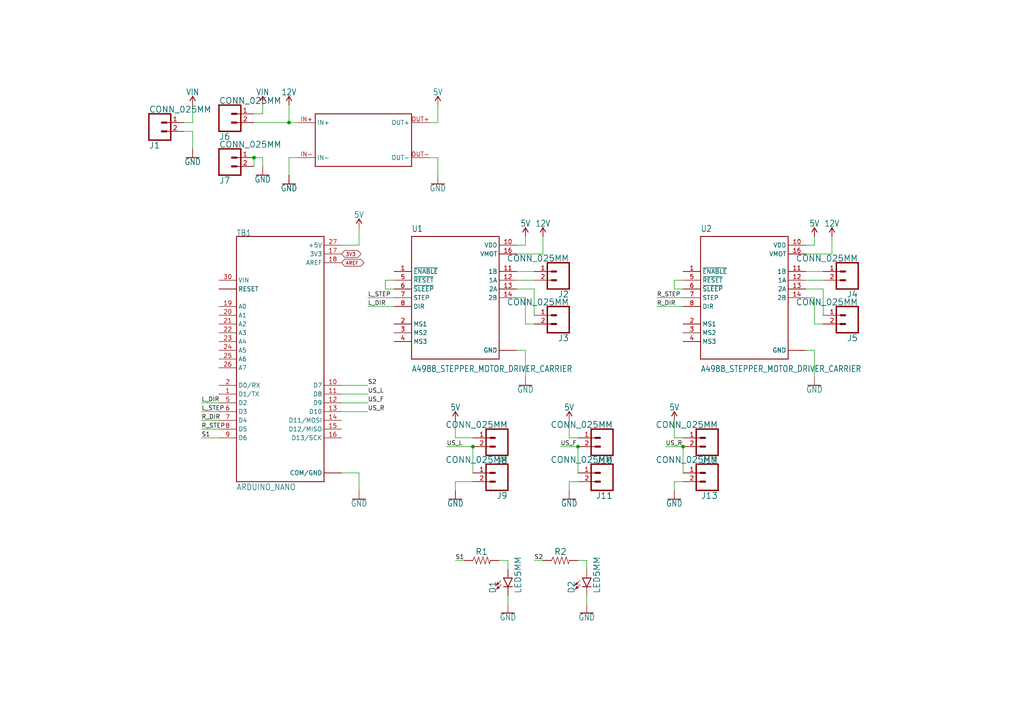
<source format=kicad_sch>
(kicad_sch (version 20211123) (generator eeschema)
  (paper "A4")
  (lib_symbols
    (symbol "demo_robot_platform-eagle-import:12V" (power)
      (property "Value" "12V" (at 0 2.794 0))
      (symbol "12V_1_0"
        (polyline (pts (xy 0 2.54) (xy -0.762 1.27)) (stroke (width 0.254)))
        (polyline (pts (xy 0.762 1.27) (xy 0 2.54)) (stroke (width 0.254)))
        (pin power_in line (at 0 0 90) (length 2.54) (name "12V") (number "1"))
      )
    )
    (symbol "demo_robot_platform-eagle-import:5V" (power)
      (property "Value" "5V" (at 0 2.794 0))
      (symbol "5V_1_0"
        (polyline (pts (xy 0 2.54) (xy -0.762 1.27)) (stroke (width 0.254)))
        (polyline (pts (xy 0.762 1.27) (xy 0 2.54)) (stroke (width 0.254)))
        (pin power_in line (at 0 0 90) (length 2.54) (name "5V") (number "1"))
      )
    )
    (symbol "demo_robot_platform-eagle-import:A4988_STEPPER_MOTOR_DRIVER_CARRIER"
      (property "Reference" "U" (at -12.7 19.05 0))
      (property "Value" "A4988_STEPPER_MOTOR_DRIVER_CARRIER" (at -12.7 -21.59 0))
      (symbol "A4988_STEPPER_MOTOR_DRIVER_CARRIER_1_0"
        (polyline (pts (xy -12.7 -17.78) (xy -12.7 17.78)) (stroke (width 0.254)))
        (polyline (pts (xy -12.7 17.78) (xy 12.7 17.78)) (stroke (width 0.254)))
        (polyline (pts (xy 12.7 -17.78) (xy -12.7 -17.78)) (stroke (width 0.254)))
        (polyline (pts (xy 12.7 17.78) (xy 12.7 -17.78)) (stroke (width 0.254)))
        (pin input line (at -17.78 7.62 0) (length 5.08) (name "~{ENABLE}") (number "1"))
        (pin power_in line (at 17.78 15.24 180) (length 5.08) (name "VDD") (number "10"))
        (pin output line (at 17.78 7.62 180) (length 5.08) (name "1B") (number "11"))
        (pin output line (at 17.78 5.08 180) (length 5.08) (name "1A") (number "12"))
        (pin output line (at 17.78 2.54 180) (length 5.08) (name "2A") (number "13"))
        (pin output line (at 17.78 0 180) (length 5.08) (name "2B") (number "14"))
        (pin power_in line (at 17.78 -15.24 180) (length 5.08) (name "GND") (number "15"))
        (pin power_in line (at 17.78 12.7 180) (length 5.08) (name "VMOT") (number "16"))
        (pin input line (at -17.78 -7.62 0) (length 5.08) (name "MS1") (number "2"))
        (pin input line (at -17.78 -10.16 0) (length 5.08) (name "MS2") (number "3"))
        (pin input line (at -17.78 -12.7 0) (length 5.08) (name "MS3") (number "4"))
        (pin input line (at -17.78 5.08 0) (length 5.08) (name "~{RESET}") (number "5"))
        (pin input line (at -17.78 2.54 0) (length 5.08) (name "~{SLEEP}") (number "6"))
        (pin input line (at -17.78 0 0) (length 5.08) (name "STEP") (number "7"))
        (pin input line (at -17.78 -2.54 0) (length 5.08) (name "DIR") (number "8"))
        (pin power_in line (at 17.78 -15.24 180) (length 5.08) (name "GND") (number "9"))
      )
    )
    (symbol "demo_robot_platform-eagle-import:ARDUINO_NANO"
      (property "Reference" "TB" (at -12.7 35.56 0))
      (property "Value" "ARDUINO_NANO" (at -12.7 -38.1 0))
      (symbol "ARDUINO_NANO_1_0"
        (polyline (pts (xy -12.7 -35.56) (xy 12.7 -35.56)) (stroke (width 0.254)))
        (polyline (pts (xy -12.7 35.56) (xy -12.7 -35.56)) (stroke (width 0.254)))
        (polyline (pts (xy 12.7 -35.56) (xy 12.7 35.56)) (stroke (width 0.254)))
        (polyline (pts (xy 12.7 35.56) (xy -12.7 35.56)) (stroke (width 0.254)))
        (pin bidirectional line (at -17.78 -10.16 0) (length 5.08) (name "D1/TX") (number "1"))
        (pin bidirectional line (at 17.78 -7.62 180) (length 5.08) (name "D7") (number "10"))
        (pin bidirectional line (at 17.78 -10.16 180) (length 5.08) (name "D8") (number "11"))
        (pin bidirectional line (at 17.78 -12.7 180) (length 5.08) (name "D9") (number "12"))
        (pin bidirectional line (at 17.78 -15.24 180) (length 5.08) (name "D10") (number "13"))
        (pin bidirectional line (at 17.78 -17.78 180) (length 5.08) (name "D11/MOSI") (number "14"))
        (pin bidirectional line (at 17.78 -20.32 180) (length 5.08) (name "D12/MISO") (number "15"))
        (pin bidirectional line (at 17.78 -22.86 180) (length 5.08) (name "D13/SCK") (number "16"))
        (pin power_in line (at 17.78 30.48 180) (length 5.08) (name "3V3") (number "17"))
        (pin power_in line (at 17.78 27.94 180) (length 5.08) (name "AREF") (number "18"))
        (pin input line (at -17.78 15.24 0) (length 5.08) (name "A0") (number "19"))
        (pin bidirectional line (at -17.78 -7.62 0) (length 5.08) (name "D0/RX") (number "2"))
        (pin input line (at -17.78 12.7 0) (length 5.08) (name "A1") (number "20"))
        (pin input line (at -17.78 10.16 0) (length 5.08) (name "A2") (number "21"))
        (pin input line (at -17.78 7.62 0) (length 5.08) (name "A3") (number "22"))
        (pin input line (at -17.78 5.08 0) (length 5.08) (name "A4") (number "23"))
        (pin input line (at -17.78 2.54 0) (length 5.08) (name "A5") (number "24"))
        (pin input line (at -17.78 0 0) (length 5.08) (name "A6") (number "25"))
        (pin input line (at -17.78 -2.54 0) (length 5.08) (name "A7") (number "26"))
        (pin power_in line (at 17.78 33.02 180) (length 5.08) (name "+5V") (number "27"))
        (pin input line (at -17.78 20.32 0) (length 5.08) (name "RESET") (number "28"))
        (pin power_in line (at 17.78 -33.02 180) (length 5.08) (name "COM/GND") (number "29"))
        (pin input line (at -17.78 20.32 0) (length 5.08) (name "RESET") (number "3"))
        (pin input line (at -17.78 22.86 0) (length 5.08) (name "VIN") (number "30"))
        (pin power_in line (at 17.78 -33.02 180) (length 5.08) (name "COM/GND") (number "4"))
        (pin bidirectional line (at -17.78 -12.7 0) (length 5.08) (name "D2") (number "5"))
        (pin bidirectional line (at -17.78 -15.24 0) (length 5.08) (name "D3") (number "6"))
        (pin bidirectional line (at -17.78 -17.78 0) (length 5.08) (name "D4") (number "7"))
        (pin bidirectional line (at -17.78 -20.32 0) (length 5.08) (name "D5") (number "8"))
        (pin bidirectional line (at -17.78 -22.86 0) (length 5.08) (name "D6") (number "9"))
      )
    )
    (symbol "demo_robot_platform-eagle-import:CONN_025MM"
      (property "Reference" "J" (at -2.54 5.588 0))
      (property "Value" "CONN_025MM" (at -2.54 -4.826 0))
      (symbol "CONN_025MM_1_0"
        (polyline (pts (xy -2.54 5.08) (xy -2.54 -2.54)) (stroke (width 0.4064)))
        (polyline (pts (xy -2.54 5.08) (xy 3.81 5.08)) (stroke (width 0.4064)))
        (polyline (pts (xy 1.27 0) (xy 2.54 0)) (stroke (width 0.6096)))
        (polyline (pts (xy 1.27 2.54) (xy 2.54 2.54)) (stroke (width 0.6096)))
        (polyline (pts (xy 3.81 -2.54) (xy -2.54 -2.54)) (stroke (width 0.4064)))
        (polyline (pts (xy 3.81 -2.54) (xy 3.81 5.08)) (stroke (width 0.4064)))
        (pin passive line (at 7.62 0 180) (length 5.08) (name "1") (number "1"))
        (pin passive line (at 7.62 2.54 180) (length 5.08) (name "2") (number "2"))
      )
    )
    (symbol "demo_robot_platform-eagle-import:DC_DC_CONVERTER"
      (symbol "DC_DC_CONVERTER_1_0"
        (polyline (pts (xy -12.7 -7.62) (xy -12.7 7.62)) (stroke (width 0.254)))
        (polyline (pts (xy -12.7 7.62) (xy 15.24 7.62)) (stroke (width 0.254)))
        (polyline (pts (xy 15.24 -7.62) (xy -12.7 -7.62)) (stroke (width 0.254)))
        (polyline (pts (xy 15.24 7.62) (xy 15.24 -7.62)) (stroke (width 0.254)))
        (pin bidirectional line (at -17.78 5.08 0) (length 5.08) (name "IN+") (number "IN+"))
        (pin bidirectional line (at -17.78 -5.08 0) (length 5.08) (name "IN-") (number "IN-"))
        (pin bidirectional line (at 20.32 5.08 180) (length 5.08) (name "OUT+") (number "OUT+"))
        (pin bidirectional line (at 20.32 -5.08 180) (length 5.08) (name "OUT-") (number "OUT-"))
      )
    )
    (symbol "demo_robot_platform-eagle-import:GND" (power)
      (property "Value" "GND" (at 0 -0.254 0))
      (symbol "GND_1_0"
        (polyline (pts (xy -1.905 0) (xy 1.905 0)) (stroke (width 0.254)))
        (pin power_in line (at 0 2.54 270) (length 2.54) (name "GND") (number "1"))
      )
    )
    (symbol "demo_robot_platform-eagle-import:LED5MM"
      (property "Reference" "D" (at -3.429 -4.572 90))
      (property "Value" "LED5MM" (at 1.905 -4.572 90))
      (symbol "LED5MM_1_0"
        (polyline (pts (xy -2.032 -0.762) (xy -3.429 -2.159)) (stroke (width 0.1524)))
        (polyline (pts (xy -1.905 -1.905) (xy -3.302 -3.302)) (stroke (width 0.1524)))
        (polyline (pts (xy 0 -2.54) (xy -1.27 -2.54)) (stroke (width 0.254)))
        (polyline (pts (xy 0 -2.54) (xy -1.27 0)) (stroke (width 0.254)))
        (polyline (pts (xy 1.27 -2.54) (xy 0 -2.54)) (stroke (width 0.254)))
        (polyline (pts (xy 1.27 0) (xy -1.27 0)) (stroke (width 0.254)))
        (polyline (pts (xy 1.27 0) (xy 0 -2.54)) (stroke (width 0.254)))
        (polyline (pts (xy -3.429 -2.159) (xy -3.048 -1.27) (xy -2.54 -1.778)) (fill (type outline)))
        (polyline (pts (xy -3.302 -3.302) (xy -2.921 -2.413) (xy -2.413 -2.921)) (fill (type outline)))
        (pin passive line (at 0 2.54 270) (length 2.54) (name "A") (number "A"))
        (pin passive line (at 0 -5.08 90) (length 2.54) (name "C") (number "K"))
      )
    )
    (symbol "demo_robot_platform-eagle-import:RESISTORAXIAL-0.3"
      (property "Reference" "R" (at 0 1.524 0))
      (property "Value" "RESISTORAXIAL-0.3" (at 0 -1.524 0))
      (symbol "RESISTORAXIAL-0.3_1_0"
        (polyline (pts (xy -2.54 0) (xy -2.159 1.016)) (stroke (width 0.1524)))
        (polyline (pts (xy -2.159 1.016) (xy -1.524 -1.016)) (stroke (width 0.1524)))
        (polyline (pts (xy -1.524 -1.016) (xy -0.889 1.016)) (stroke (width 0.1524)))
        (polyline (pts (xy -0.889 1.016) (xy -0.254 -1.016)) (stroke (width 0.1524)))
        (polyline (pts (xy -0.254 -1.016) (xy 0.381 1.016)) (stroke (width 0.1524)))
        (polyline (pts (xy 0.381 1.016) (xy 1.016 -1.016)) (stroke (width 0.1524)))
        (polyline (pts (xy 1.016 -1.016) (xy 1.651 1.016)) (stroke (width 0.1524)))
        (polyline (pts (xy 1.651 1.016) (xy 2.286 -1.016)) (stroke (width 0.1524)))
        (polyline (pts (xy 2.286 -1.016) (xy 2.54 0)) (stroke (width 0.1524)))
        (pin passive line (at -5.08 0 0) (length 2.54) (name "1") (number "P$1"))
        (pin passive line (at 5.08 0 180) (length 2.54) (name "2") (number "P$2"))
      )
    )
    (symbol "demo_robot_platform-eagle-import:VIN" (power)
      (property "Value" "VIN" (at 0 2.794 0))
      (symbol "VIN_1_0"
        (polyline (pts (xy 0 2.54) (xy -0.762 1.27)) (stroke (width 0.254)))
        (polyline (pts (xy 0.762 1.27) (xy 0 2.54)) (stroke (width 0.254)))
        (pin power_in line (at 0 0 90) (length 2.54) (name "VIN") (number "1"))
      )
    )
  )
  (junction (at 73.66 45.72))
  (junction (at 167.64 129.54))
  (junction (at 137.16 129.54))
  (junction (at 198.12 129.54))
  (junction (at 83.82 35.56))
  (wire (pts (xy 198.12 86.36) (xy 190.5 86.36)))
  (wire (pts (xy 83.82 45.72) (xy 86.36 45.72)))
  (wire (pts (xy 238.76 83.82) (xy 238.76 91.44)))
  (wire (pts (xy 233.68 78.74) (xy 238.76 78.74)))
  (wire (pts (xy 167.64 129.54) (xy 162.56 129.54)))
  (wire (pts (xy 170.18 162.56) (xy 170.18 165.1)))
  (wire (pts (xy 124.46 35.56) (xy 127 35.56)))
  (wire (pts (xy 149.86 78.74) (xy 154.94 78.74)))
  (wire (pts (xy 198.12 129.54) (xy 193.04 129.54)))
  (wire (pts (xy 167.64 127) (xy 165.1 127)))
  (wire (pts (xy 149.86 83.82) (xy 154.94 83.82)))
  (wire (pts (xy 233.68 83.82) (xy 238.76 83.82)))
  (wire (pts (xy 154.94 83.82) (xy 154.94 91.44)))
  (wire (pts (xy 127 45.72) (xy 127 50.8)))
  (wire (pts (xy 241.3 73.66) (xy 241.3 68.58)))
  (wire (pts (xy 111.76 81.28) (xy 111.76 83.82)))
  (wire (pts (xy 152.4 86.36) (xy 152.4 93.98)))
  (wire (pts (xy 195.58 83.82) (xy 198.12 83.82)))
  (wire (pts (xy 233.68 71.12) (xy 236.22 71.12)))
  (wire (pts (xy 76.2 33.02) (xy 76.2 30.48)))
  (wire (pts (xy 167.64 162.56) (xy 170.18 162.56)))
  (wire (pts (xy 127 35.56) (xy 127 30.48)))
  (wire (pts (xy 236.22 71.12) (xy 236.22 68.58)))
  (wire (pts (xy 114.3 81.28) (xy 111.76 81.28)))
  (wire (pts (xy 198.12 88.9) (xy 190.5 88.9)))
  (wire (pts (xy 83.82 50.8) (xy 83.82 45.72)))
  (wire (pts (xy 147.32 172.72) (xy 147.32 175.26)))
  (wire (pts (xy 165.1 139.7) (xy 165.1 142.24)))
  (wire (pts (xy 53.34 38.1) (xy 55.88 38.1)))
  (wire (pts (xy 152.4 86.36) (xy 149.86 86.36)))
  (wire (pts (xy 63.5 127) (xy 58.42 127)))
  (wire (pts (xy 99.06 111.76) (xy 106.68 111.76)))
  (wire (pts (xy 170.18 172.72) (xy 170.18 175.26)))
  (wire (pts (xy 104.14 137.16) (xy 104.14 142.24)))
  (wire (pts (xy 195.58 127) (xy 195.58 121.92)))
  (wire (pts (xy 149.86 101.6) (xy 152.4 101.6)))
  (wire (pts (xy 76.2 45.72) (xy 76.2 48.26)))
  (wire (pts (xy 99.06 119.38) (xy 106.68 119.38)))
  (wire (pts (xy 83.82 30.48) (xy 83.82 35.56)))
  (wire (pts (xy 149.86 71.12) (xy 152.4 71.12)))
  (wire (pts (xy 114.3 86.36) (xy 106.68 86.36)))
  (wire (pts (xy 53.34 35.56) (xy 55.88 35.56)))
  (wire (pts (xy 195.58 81.28) (xy 195.58 83.82)))
  (wire (pts (xy 149.86 73.66) (xy 157.48 73.66)))
  (wire (pts (xy 233.68 101.6) (xy 236.22 101.6)))
  (wire (pts (xy 167.64 139.7) (xy 165.1 139.7)))
  (wire (pts (xy 99.06 137.16) (xy 104.14 137.16)))
  (wire (pts (xy 152.4 101.6) (xy 152.4 109.22)))
  (wire (pts (xy 124.46 45.72) (xy 127 45.72)))
  (wire (pts (xy 55.88 35.56) (xy 55.88 30.48)))
  (wire (pts (xy 111.76 83.82) (xy 114.3 83.82)))
  (wire (pts (xy 63.5 119.38) (xy 58.42 119.38)))
  (wire (pts (xy 152.4 71.12) (xy 152.4 68.58)))
  (wire (pts (xy 137.16 129.54) (xy 129.54 129.54)))
  (wire (pts (xy 63.5 116.84) (xy 58.42 116.84)))
  (wire (pts (xy 132.08 127) (xy 137.16 127)))
  (wire (pts (xy 236.22 101.6) (xy 236.22 109.22)))
  (wire (pts (xy 132.08 139.7) (xy 132.08 142.24)))
  (wire (pts (xy 63.5 124.46) (xy 58.42 124.46)))
  (wire (pts (xy 236.22 93.98) (xy 238.76 93.98)))
  (wire (pts (xy 132.08 127) (xy 132.08 121.92)))
  (wire (pts (xy 236.22 86.36) (xy 236.22 93.98)))
  (wire (pts (xy 99.06 116.84) (xy 106.68 116.84)))
  (wire (pts (xy 233.68 86.36) (xy 236.22 86.36)))
  (wire (pts (xy 198.12 127) (xy 195.58 127)))
  (wire (pts (xy 233.68 73.66) (xy 241.3 73.66)))
  (wire (pts (xy 157.48 73.66) (xy 157.48 68.58)))
  (wire (pts (xy 73.66 45.72) (xy 76.2 45.72)))
  (wire (pts (xy 198.12 139.7) (xy 195.58 139.7)))
  (wire (pts (xy 83.82 35.56) (xy 86.36 35.56)))
  (wire (pts (xy 63.5 121.92) (xy 58.42 121.92)))
  (wire (pts (xy 99.06 114.3) (xy 106.68 114.3)))
  (wire (pts (xy 73.66 48.26) (xy 73.66 45.72)))
  (wire (pts (xy 99.06 71.12) (xy 104.14 71.12)))
  (wire (pts (xy 165.1 127) (xy 165.1 121.92)))
  (wire (pts (xy 149.86 81.28) (xy 154.94 81.28)))
  (wire (pts (xy 114.3 88.9) (xy 106.68 88.9)))
  (wire (pts (xy 55.88 38.1) (xy 55.88 43.18)))
  (wire (pts (xy 73.66 33.02) (xy 76.2 33.02)))
  (wire (pts (xy 152.4 93.98) (xy 154.94 93.98)))
  (wire (pts (xy 198.12 81.28) (xy 195.58 81.28)))
  (wire (pts (xy 233.68 81.28) (xy 238.76 81.28)))
  (wire (pts (xy 73.66 35.56) (xy 83.82 35.56)))
  (wire (pts (xy 134.62 162.56) (xy 132.08 162.56)))
  (wire (pts (xy 144.78 162.56) (xy 147.32 162.56)))
  (wire (pts (xy 147.32 162.56) (xy 147.32 165.1)))
  (wire (pts (xy 104.14 71.12) (xy 104.14 66.04)))
  (wire (pts (xy 198.12 137.16) (xy 198.12 129.54)))
  (wire (pts (xy 137.16 139.7) (xy 132.08 139.7)))
  (wire (pts (xy 137.16 129.54) (xy 137.16 137.16)))
  (wire (pts (xy 157.48 162.56) (xy 154.94 162.56)))
  (wire (pts (xy 195.58 139.7) (xy 195.58 142.24)))
  (wire (pts (xy 167.64 137.16) (xy 167.64 129.54)))
  (label "US_R" (at 193.04 129.54 0) (effects (font (size 1.2446 1.2446))))
  (label "S2" (at 106.68 111.76 0) (effects (font (size 1.2446 1.2446))))
  (label "US_R" (at 106.68 119.38 0) (effects (font (size 1.2446 1.2446))))
  (label "S1" (at 132.08 162.56 0) (effects (font (size 1.2446 1.2446))))
  (label "R_STEP" (at 58.42 124.46 0) (effects (font (size 1.2446 1.2446))))
  (label "L_STEP" (at 58.42 119.38 0) (effects (font (size 1.2446 1.2446))))
  (label "L_DIR" (at 58.42 116.84 0) (effects (font (size 1.2446 1.2446))))
  (label "US_L" (at 106.68 114.3 0) (effects (font (size 1.2446 1.2446))))
  (label "S2" (at 154.94 162.56 0) (effects (font (size 1.2446 1.2446))))
  (label "L_DIR" (at 106.68 88.9 0) (effects (font (size 1.2446 1.2446))))
  (label "US_L" (at 129.54 129.54 0) (effects (font (size 1.2446 1.2446))))
  (label "US_F" (at 162.56 129.54 0) (effects (font (size 1.2446 1.2446))))
  (label "L_STEP" (at 106.68 86.36 0) (effects (font (size 1.2446 1.2446))))
  (label "R_STEP" (at 190.5 86.36 0) (effects (font (size 1.2446 1.2446))))
  (label "S1" (at 58.42 127 0) (effects (font (size 1.2446 1.2446))))
  (label "R_DIR" (at 190.5 88.9 0) (effects (font (size 1.2446 1.2446))))
  (label "R_DIR" (at 58.42 121.92 0) (effects (font (size 1.2446 1.2446))))
  (label "US_F" (at 106.68 116.84 0) (effects (font (size 1.2446 1.2446))))
  (global_label "3V3" (shape bidirectional) (at 99.06 73.66 0) (effects (font (size 1.016 1.016))) (property "Intersheet References" "${INTERSHEET_REFS}" (effects hide)))
  (global_label "AREF" (shape bidirectional) (at 99.06 76.2 0) (effects (font (size 1.016 1.016))) (property "Intersheet References" "${INTERSHEET_REFS}" (effects hide)))
  (symbol (lib_id "demo_robot_platform-eagle-import:RESISTORAXIAL-0.3") (at 139.7 162.56 0)
    (property "Reference" "R1" (at 139.7 161.036 0) (effects (font (size 1.778 1.778)) (justify bottom)))
    (property "Value" " " (at 139.7 164.084 0) (effects (font (size 1.778 1.778)) (justify top)))
    (property "Footprint" "demo_robot_platform:AXIAL-0.3" (effects hide))
  )
  (symbol (lib_id "demo_robot_platform-eagle-import:RESISTORAXIAL-0.3") (at 162.56 162.56 0)
    (property "Reference" "R2" (at 162.56 161.036 0) (effects (font (size 1.778 1.778)) (justify bottom)))
    (property "Value" " " (at 162.56 164.084 0) (effects (font (size 1.778 1.778)) (justify top)))
    (property "Footprint" "demo_robot_platform:AXIAL-0.3" (effects hide))
  )
  (symbol (lib_id "demo_robot_platform-eagle-import:GND") (at 152.4 111.76 0) (unit 1)
    (property "Reference" "#GND5" (effects hide))
    (property "Value" "GND" (at 152.4 112.014 0) (effects (font (size 1.778 1.5113)) (justify top)))
    (property "Footprint" "demo_robot_platform:" (effects hide))
  )
  (symbol (lib_id "demo_robot_platform-eagle-import:GND") (at 165.1 144.78 0) (unit 1)
    (property "Reference" "#GND9" (effects hide))
    (property "Value" "GND" (at 165.1 145.034 0) (effects (font (size 1.778 1.5113)) (justify top)))
    (property "Footprint" "demo_robot_platform:" (effects hide))
  )
  (symbol (lib_id "demo_robot_platform-eagle-import:5V") (at 195.58 121.92 0) (unit 1)
    (property "Reference" "#SUPPLY11" (effects hide))
    (property "Value" "5V" (at 195.58 119.126 0) (effects (font (size 1.778 1.5113)) (justify bottom)))
    (property "Footprint" "demo_robot_platform:" (effects hide))
  )
  (symbol (lib_id "demo_robot_platform-eagle-import:CONN_025MM") (at 246.38 91.44 180)
    (property "Reference" "J5" (at 248.92 97.028 0) (effects (font (size 1.778 1.778)) (justify left bottom)))
    (property "Value" "CONN_025MM" (at 248.92 86.614 0) (effects (font (size 1.778 1.778)) (justify left bottom)))
    (property "Footprint" "demo_robot_platform:SCREWTERMINAL-5MM-2" (effects hide))
  )
  (symbol (lib_id "demo_robot_platform-eagle-import:5V") (at 127 30.48 0) (unit 1)
    (property "Reference" "#SUPPLY4" (effects hide))
    (property "Value" "5V" (at 127 27.686 0) (effects (font (size 1.778 1.5113)) (justify bottom)))
    (property "Footprint" "demo_robot_platform:" (effects hide))
  )
  (symbol (lib_id "demo_robot_platform-eagle-import:CONN_025MM") (at 205.74 127 180)
    (property "Reference" "J12" (at 208.28 132.588 0) (effects (font (size 1.778 1.778)) (justify left bottom)))
    (property "Value" "CONN_025MM" (at 208.28 122.174 0) (effects (font (size 1.778 1.778)) (justify left bottom)))
    (property "Footprint" "demo_robot_platform:SCREWTERMINAL-5MM-2" (effects hide))
  )
  (symbol (lib_id "demo_robot_platform-eagle-import:CONN_025MM") (at 144.78 127 180)
    (property "Reference" "J8" (at 147.32 132.588 0) (effects (font (size 1.778 1.778)) (justify left bottom)))
    (property "Value" "CONN_025MM" (at 147.32 122.174 0) (effects (font (size 1.778 1.778)) (justify left bottom)))
    (property "Footprint" "demo_robot_platform:SCREWTERMINAL-5MM-2" (effects hide))
  )
  (symbol (lib_id "demo_robot_platform-eagle-import:12V") (at 157.48 68.58 0) (unit 1)
    (property "Reference" "#SUPPLY8" (effects hide))
    (property "Value" "12V" (at 157.48 65.786 0) (effects (font (size 1.778 1.5113)) (justify bottom)))
    (property "Footprint" "demo_robot_platform:" (effects hide))
  )
  (symbol (lib_id "demo_robot_platform-eagle-import:GND") (at 76.2 50.8 0) (unit 1)
    (property "Reference" "#GND7" (effects hide))
    (property "Value" "GND" (at 76.2 51.054 0) (effects (font (size 1.778 1.5113)) (justify top)))
    (property "Footprint" "demo_robot_platform:" (effects hide))
  )
  (symbol (lib_id "demo_robot_platform-eagle-import:5V") (at 132.08 121.92 0) (unit 1)
    (property "Reference" "#SUPPLY9" (effects hide))
    (property "Value" "5V" (at 132.08 119.126 0) (effects (font (size 1.778 1.5113)) (justify bottom)))
    (property "Footprint" "demo_robot_platform:" (effects hide))
  )
  (symbol (lib_id "demo_robot_platform-eagle-import:CONN_025MM") (at 246.38 78.74 180)
    (property "Reference" "J4" (at 248.92 84.328 0) (effects (font (size 1.778 1.778)) (justify left bottom)))
    (property "Value" "CONN_025MM" (at 248.92 73.914 0) (effects (font (size 1.778 1.778)) (justify left bottom)))
    (property "Footprint" "demo_robot_platform:SCREWTERMINAL-5MM-2" (effects hide))
  )
  (symbol (lib_id "demo_robot_platform-eagle-import:5V") (at 104.14 66.04 0) (unit 1)
    (property "Reference" "#SUPPLY2" (effects hide))
    (property "Value" "5V" (at 104.14 63.246 0) (effects (font (size 1.778 1.5113)) (justify bottom)))
    (property "Footprint" "demo_robot_platform:" (effects hide))
  )
  (symbol (lib_id "demo_robot_platform-eagle-import:CONN_025MM") (at 66.04 33.02 0) (mirror x)
    (property "Reference" "J6" (at 63.5 38.608 0) (effects (font (size 1.778 1.778)) (justify left bottom)))
    (property "Value" "CONN_025MM" (at 63.5 28.194 0) (effects (font (size 1.778 1.778)) (justify left bottom)))
    (property "Footprint" "demo_robot_platform:SCREWTERMINAL-5MM-2" (effects hide))
  )
  (symbol (lib_id "demo_robot_platform-eagle-import:CONN_025MM") (at 144.78 137.16 180)
    (property "Reference" "J9" (at 147.32 142.748 0) (effects (font (size 1.778 1.778)) (justify left bottom)))
    (property "Value" "CONN_025MM" (at 147.32 132.334 0) (effects (font (size 1.778 1.778)) (justify left bottom)))
    (property "Footprint" "demo_robot_platform:SCREWTERMINAL-5MM-2" (effects hide))
  )
  (symbol (lib_id "demo_robot_platform-eagle-import:GND") (at 132.08 144.78 0) (unit 1)
    (property "Reference" "#GND8" (effects hide))
    (property "Value" "GND" (at 132.08 145.034 0) (effects (font (size 1.778 1.5113)) (justify top)))
    (property "Footprint" "demo_robot_platform:" (effects hide))
  )
  (symbol (lib_id "demo_robot_platform-eagle-import:GND") (at 147.32 177.8 0) (unit 1)
    (property "Reference" "#GND11" (effects hide))
    (property "Value" "GND" (at 147.32 178.054 0) (effects (font (size 1.778 1.5113)) (justify top)))
    (property "Footprint" "demo_robot_platform:" (effects hide))
  )
  (symbol (lib_id "demo_robot_platform-eagle-import:GND") (at 170.18 177.8 0) (unit 1)
    (property "Reference" "#GND12" (effects hide))
    (property "Value" "GND" (at 170.18 178.054 0) (effects (font (size 1.778 1.5113)) (justify top)))
    (property "Footprint" "demo_robot_platform:" (effects hide))
  )
  (symbol (lib_id "demo_robot_platform-eagle-import:GND") (at 104.14 144.78 0) (unit 1)
    (property "Reference" "#GND2" (effects hide))
    (property "Value" "GND" (at 104.14 145.034 0) (effects (font (size 1.778 1.5113)) (justify top)))
    (property "Footprint" "demo_robot_platform:" (effects hide))
  )
  (symbol (lib_id "demo_robot_platform-eagle-import:GND") (at 55.88 45.72 0) (unit 1)
    (property "Reference" "#GND1" (effects hide))
    (property "Value" "GND" (at 55.88 45.974 0) (effects (font (size 1.778 1.5113)) (justify top)))
    (property "Footprint" "demo_robot_platform:" (effects hide))
  )
  (symbol (lib_id "demo_robot_platform-eagle-import:CONN_025MM") (at 66.04 45.72 0) (mirror x)
    (property "Reference" "J7" (at 63.5 51.308 0) (effects (font (size 1.778 1.778)) (justify left bottom)))
    (property "Value" "CONN_025MM" (at 63.5 40.894 0) (effects (font (size 1.778 1.778)) (justify left bottom)))
    (property "Footprint" "demo_robot_platform:SCREWTERMINAL-5MM-2" (effects hide))
  )
  (symbol (lib_id "demo_robot_platform-eagle-import:ARDUINO_NANO") (at 81.28 104.14 0)
    (property "Reference" "TB1" (at 68.58 68.58 0) (effects (font (size 1.778 1.5113)) (justify left bottom)))
    (property "Value" "ARDUINO_NANO" (at 68.58 142.24 0) (effects (font (size 1.778 1.5113)) (justify left bottom)))
    (property "Footprint" "demo_robot_platform:SHIELD_ARDUINO_NANO" (effects hide))
  )
  (symbol (lib_id "demo_robot_platform-eagle-import:CONN_025MM") (at 175.26 137.16 180)
    (property "Reference" "J11" (at 177.8 142.748 0) (effects (font (size 1.778 1.778)) (justify left bottom)))
    (property "Value" "CONN_025MM" (at 177.8 132.334 0) (effects (font (size 1.778 1.778)) (justify left bottom)))
    (property "Footprint" "demo_robot_platform:SCREWTERMINAL-5MM-2" (effects hide))
  )
  (symbol (lib_id "demo_robot_platform-eagle-import:GND") (at 236.22 111.76 0) (unit 1)
    (property "Reference" "#GND6" (effects hide))
    (property "Value" "GND" (at 236.22 112.014 0) (effects (font (size 1.778 1.5113)) (justify top)))
    (property "Footprint" "demo_robot_platform:" (effects hide))
  )
  (symbol (lib_id "demo_robot_platform-eagle-import:5V") (at 236.22 68.58 0) (unit 1)
    (property "Reference" "#SUPPLY6" (effects hide))
    (property "Value" "5V" (at 236.22 65.786 0) (effects (font (size 1.778 1.5113)) (justify bottom)))
    (property "Footprint" "demo_robot_platform:" (effects hide))
  )
  (symbol (lib_id "demo_robot_platform-eagle-import:CONN_025MM") (at 175.26 127 180)
    (property "Reference" "J10" (at 177.8 132.588 0) (effects (font (size 1.778 1.778)) (justify left bottom)))
    (property "Value" "CONN_025MM" (at 177.8 122.174 0) (effects (font (size 1.778 1.778)) (justify left bottom)))
    (property "Footprint" "demo_robot_platform:SCREWTERMINAL-5MM-2" (effects hide))
  )
  (symbol (lib_id "demo_robot_platform-eagle-import:5V") (at 165.1 121.92 0) (unit 1)
    (property "Reference" "#SUPPLY10" (effects hide))
    (property "Value" "5V" (at 165.1 119.126 0) (effects (font (size 1.778 1.5113)) (justify bottom)))
    (property "Footprint" "demo_robot_platform:" (effects hide))
  )
  (symbol (lib_id "demo_robot_platform-eagle-import:CONN_025MM") (at 162.56 91.44 180)
    (property "Reference" "J3" (at 165.1 97.028 0) (effects (font (size 1.778 1.778)) (justify left bottom)))
    (property "Value" "CONN_025MM" (at 165.1 86.614 0) (effects (font (size 1.778 1.778)) (justify left bottom)))
    (property "Footprint" "demo_robot_platform:SCREWTERMINAL-5MM-2" (effects hide))
  )
  (symbol (lib_id "demo_robot_platform-eagle-import:A4988_STEPPER_MOTOR_DRIVER_CARRIER") (at 215.9 86.36 0)
    (property "Reference" "U2" (at 203.2 67.31 0) (effects (font (size 1.778 1.5113)) (justify left bottom)))
    (property "Value" "A4988_STEPPER_MOTOR_DRIVER_CARRIER" (at 203.2 107.95 0) (effects (font (size 1.778 1.5113)) (justify left bottom)))
    (property "Footprint" "demo_robot_platform:MODULE_A4988_STEPPER_MOTOR_DRIVER_CARRIER" (effects hide))
  )
  (symbol (lib_id "demo_robot_platform-eagle-import:GND") (at 195.58 144.78 0) (unit 1)
    (property "Reference" "#GND10" (effects hide))
    (property "Value" "GND" (at 195.58 145.034 0) (effects (font (size 1.778 1.5113)) (justify top)))
    (property "Footprint" "demo_robot_platform:" (effects hide))
  )
  (symbol (lib_id "demo_robot_platform-eagle-import:12V") (at 241.3 68.58 0) (unit 1)
    (property "Reference" "#SUPPLY12" (effects hide))
    (property "Value" "12V" (at 241.3 65.786 0) (effects (font (size 1.778 1.5113)) (justify bottom)))
    (property "Footprint" "demo_robot_platform:" (effects hide))
  )
  (symbol (lib_id "demo_robot_platform-eagle-import:GND") (at 127 53.34 0) (unit 1)
    (property "Reference" "#GND4" (effects hide))
    (property "Value" "GND" (at 127 53.594 0) (effects (font (size 1.778 1.5113)) (justify top)))
    (property "Footprint" "demo_robot_platform:" (effects hide))
  )
  (symbol (lib_id "demo_robot_platform-eagle-import:CONN_025MM") (at 162.56 78.74 180)
    (property "Reference" "J2" (at 165.1 84.328 0) (effects (font (size 1.778 1.778)) (justify left bottom)))
    (property "Value" "CONN_025MM" (at 165.1 73.914 0) (effects (font (size 1.778 1.778)) (justify left bottom)))
    (property "Footprint" "demo_robot_platform:SCREWTERMINAL-5MM-2" (effects hide))
  )
  (symbol (lib_id "demo_robot_platform-eagle-import:VIN") (at 55.88 30.48 0) (unit 1)
    (property "Reference" "#SUPPLY7" (effects hide))
    (property "Value" "VIN" (at 55.88 27.686 0) (effects (font (size 1.778 1.5113)) (justify bottom)))
    (property "Footprint" "demo_robot_platform:" (effects hide))
  )
  (symbol (lib_id "demo_robot_platform-eagle-import:CONN_025MM") (at 45.72 35.56 0) (mirror x)
    (property "Reference" "J1" (at 43.18 41.148 0) (effects (font (size 1.778 1.778)) (justify left bottom)))
    (property "Value" "CONN_025MM" (at 43.18 30.734 0) (effects (font (size 1.778 1.778)) (justify left bottom)))
    (property "Footprint" "demo_robot_platform:SCREWTERMINAL-5MM-2" (effects hide))
  )
  (symbol (lib_id "demo_robot_platform-eagle-import:A4988_STEPPER_MOTOR_DRIVER_CARRIER") (at 132.08 86.36 0)
    (property "Reference" "U1" (at 119.38 67.31 0) (effects (font (size 1.778 1.5113)) (justify left bottom)))
    (property "Value" "A4988_STEPPER_MOTOR_DRIVER_CARRIER" (at 119.38 107.95 0) (effects (font (size 1.778 1.5113)) (justify left bottom)))
    (property "Footprint" "demo_robot_platform:MODULE_A4988_STEPPER_MOTOR_DRIVER_CARRIER" (effects hide))
  )
  (symbol (lib_id "demo_robot_platform-eagle-import:DC_DC_CONVERTER") (at 104.14 40.64 0)
    (property "Reference" "U$1" (effects hide))
    (property "Value" "DC_DC_CONVERTER" (effects hide))
    (property "Footprint" "demo_robot_platform:DC_DC_CONVERTER" (effects hide))
  )
  (symbol (lib_id "demo_robot_platform-eagle-import:LED5MM") (at 147.32 167.64 0)
    (property "Reference" "D1" (at 143.891 172.212 90) (effects (font (size 1.778 1.778)) (justify left bottom)))
    (property "Value" "LED5MM" (at 149.225 172.212 90) (effects (font (size 1.778 1.778)) (justify left top)))
    (property "Footprint" "demo_robot_platform:LED_5MM" (effects hide))
  )
  (symbol (lib_id "demo_robot_platform-eagle-import:CONN_025MM") (at 205.74 137.16 180)
    (property "Reference" "J13" (at 208.28 142.748 0) (effects (font (size 1.778 1.778)) (justify left bottom)))
    (property "Value" "CONN_025MM" (at 208.28 132.334 0) (effects (font (size 1.778 1.778)) (justify left bottom)))
    (property "Footprint" "demo_robot_platform:SCREWTERMINAL-5MM-2" (effects hide))
  )
  (symbol (lib_id "demo_robot_platform-eagle-import:12V") (at 83.82 30.48 0) (unit 1)
    (property "Reference" "#SUPPLY3" (effects hide))
    (property "Value" "12V" (at 83.82 27.686 0) (effects (font (size 1.778 1.5113)) (justify bottom)))
    (property "Footprint" "demo_robot_platform:" (effects hide))
  )
  (symbol (lib_id "demo_robot_platform-eagle-import:LED5MM") (at 170.18 167.64 0)
    (property "Reference" "D2" (at 166.751 172.212 90) (effects (font (size 1.778 1.778)) (justify left bottom)))
    (property "Value" "LED5MM" (at 172.085 172.212 90) (effects (font (size 1.778 1.778)) (justify left top)))
    (property "Footprint" "demo_robot_platform:LED_5MM" (effects hide))
  )
  (symbol (lib_id "demo_robot_platform-eagle-import:5V") (at 152.4 68.58 0) (unit 1)
    (property "Reference" "#SUPPLY5" (effects hide))
    (property "Value" "5V" (at 152.4 65.786 0) (effects (font (size 1.778 1.5113)) (justify bottom)))
    (property "Footprint" "demo_robot_platform:" (effects hide))
  )
  (symbol (lib_id "demo_robot_platform-eagle-import:GND") (at 83.82 53.34 0) (unit 1)
    (property "Reference" "#GND3" (effects hide))
    (property "Value" "GND" (at 83.82 53.594 0) (effects (font (size 1.778 1.5113)) (justify top)))
    (property "Footprint" "demo_robot_platform:" (effects hide))
  )
  (symbol (lib_id "demo_robot_platform-eagle-import:VIN") (at 76.2 30.48 0) (unit 1)
    (property "Reference" "#SUPPLY1" (effects hide))
    (property "Value" "VIN" (at 76.2 27.686 0) (effects (font (size 1.778 1.5113)) (justify bottom)))
    (property "Footprint" "demo_robot_platform:" (effects hide))
  )
)
</source>
